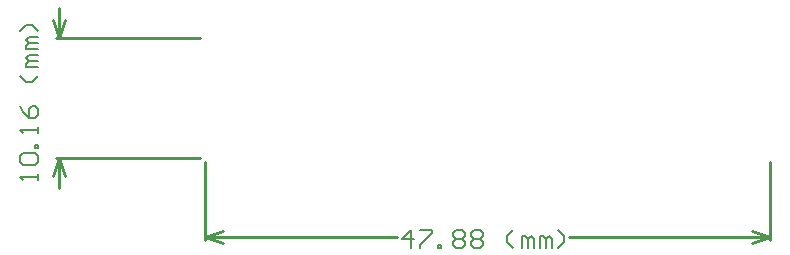
<source format=gm1>
G04 Layer_Color=16711935*
%FSTAX24Y24*%
%MOIN*%
G70*
G01*
G75*
%ADD44C,0.0100*%
%ADD73C,0.0060*%
D44*
X0397Y0272D02*
Y029791D01*
X02085Y0272D02*
Y029791D01*
X032974Y0273D02*
X0397D01*
X02085D02*
X027256D01*
X0391Y0275D02*
X0397Y0273D01*
X0391Y0271D02*
X0397Y0273D01*
X02085D02*
X02145Y0271D01*
X02085Y0273D02*
X02145Y0275D01*
X0159Y03395D02*
X020691D01*
X0159Y02995D02*
X020691D01*
X016Y02895D02*
Y02995D01*
Y03395D02*
Y03495D01*
X0158Y02935D02*
X016Y02995D01*
X0162Y02935D01*
X016Y03395D02*
X0162Y03455D01*
X0158D02*
X016Y03395D01*
D73*
X027716Y02694D02*
Y02754D01*
X027416Y02724D01*
X027816D01*
X028016Y02754D02*
X028416D01*
Y02744D01*
X028016Y02704D01*
Y02694D01*
X028615D02*
Y02704D01*
X028715D01*
Y02694D01*
X028615D01*
X029115Y02744D02*
X029215Y02754D01*
X029415D01*
X029515Y02744D01*
Y02734D01*
X029415Y02724D01*
X029515Y02714D01*
Y02704D01*
X029415Y02694D01*
X029215D01*
X029115Y02704D01*
Y02714D01*
X029215Y02724D01*
X029115Y02734D01*
Y02744D01*
X029215Y02724D02*
X029415D01*
X029715Y02744D02*
X029815Y02754D01*
X030015D01*
X030115Y02744D01*
Y02734D01*
X030015Y02724D01*
X030115Y02714D01*
Y02704D01*
X030015Y02694D01*
X029815D01*
X029715Y02704D01*
Y02714D01*
X029815Y02724D01*
X029715Y02734D01*
Y02744D01*
X029815Y02724D02*
X030015D01*
X031115Y02694D02*
X030915Y02714D01*
Y02734D01*
X031115Y02754D01*
X031415Y02694D02*
Y02734D01*
X031515D01*
X031615Y02724D01*
Y02694D01*
Y02724D01*
X031714Y02734D01*
X031814Y02724D01*
Y02694D01*
X032014D02*
Y02734D01*
X032114D01*
X032214Y02724D01*
Y02694D01*
Y02724D01*
X032314Y02734D01*
X032414Y02724D01*
Y02694D01*
X032614D02*
X032814Y02714D01*
Y02734D01*
X032614Y02754D01*
X01528Y029191D02*
Y029391D01*
Y029291D01*
X01468D01*
X01478Y029191D01*
Y029691D02*
X01468Y029791D01*
Y029991D01*
X01478Y030091D01*
X01518D01*
X01528Y029991D01*
Y029791D01*
X01518Y029691D01*
X01478D01*
X01528Y03029D02*
X01518D01*
Y03039D01*
X01528D01*
Y03029D01*
Y03079D02*
Y03099D01*
Y03089D01*
X01468D01*
X01478Y03079D01*
X01468Y03169D02*
X01478Y03149D01*
X01498Y03129D01*
X01518D01*
X01528Y03139D01*
Y03159D01*
X01518Y03169D01*
X01508D01*
X01498Y03159D01*
Y03129D01*
X01528Y03269D02*
X01508Y03249D01*
X01488D01*
X01468Y03269D01*
X01528Y03299D02*
X01488D01*
Y03309D01*
X01498Y03319D01*
X01528D01*
X01498D01*
X01488Y03329D01*
X01498Y033389D01*
X01528D01*
Y033589D02*
X01488D01*
Y033689D01*
X01498Y033789D01*
X01528D01*
X01498D01*
X01488Y033889D01*
X01498Y033989D01*
X01528D01*
Y034189D02*
X01508Y034389D01*
X01488D01*
X01468Y034189D01*
M02*

</source>
